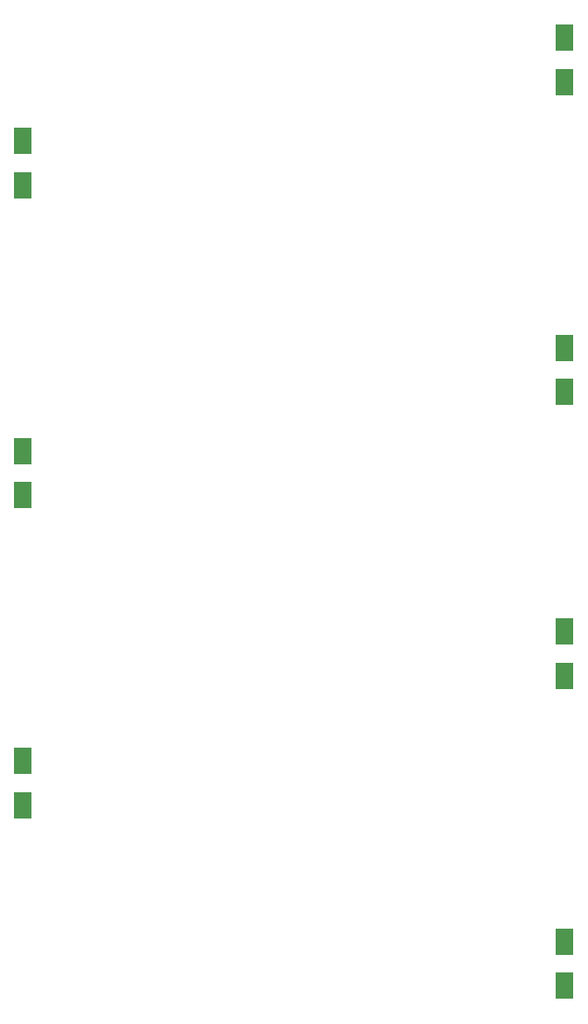
<source format=gtp>
G04 Layer_Color=8421504*
%FSLAX44Y44*%
%MOMM*%
G71*
G01*
G75*
%ADD10R,1.7500X2.6500*%
D10*
X1300000Y535000D02*
D03*
Y492000D02*
D03*
Y792000D02*
D03*
Y835000D02*
D03*
Y1410000D02*
D03*
Y1367000D02*
D03*
X775000Y1267000D02*
D03*
Y1310000D02*
D03*
X1300000Y1110000D02*
D03*
Y1067000D02*
D03*
X775000Y667000D02*
D03*
Y710000D02*
D03*
Y1010000D02*
D03*
Y967000D02*
D03*
M02*

</source>
